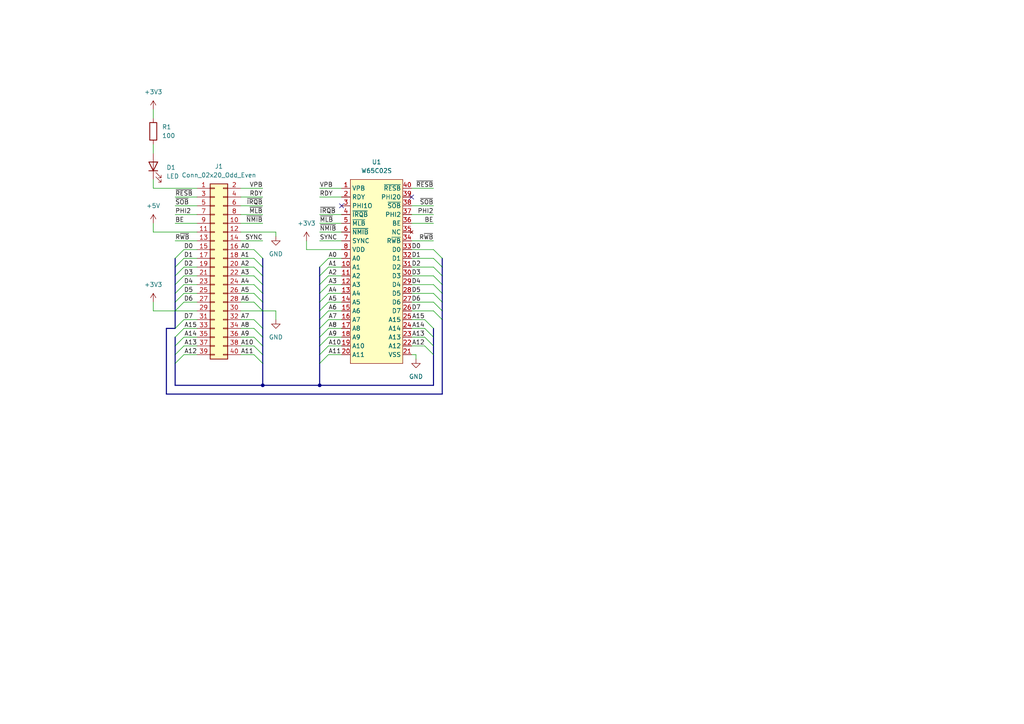
<source format=kicad_sch>
(kicad_sch (version 20211123) (generator eeschema)
  (paper "A4")
  (lib_symbols
    (symbol "65xx:W65C02S"
      (property "Reference" "U" (at 6.35 -2.54 0))
      (property "Value" "W65C02S" (at -3.81 -2.54 0))
      (symbol "W65C02S_0_1"
        (polyline (pts (xy -7.62 -3.81) (xy 7.62 -3.81) (xy 7.62 -57.15) (xy -7.62 -57.15) (xy -7.62 -3.81)) (fill (type background)))
      )
      (symbol "W65C02S_1_1"
        (pin output line (at -10.16 -6.35 0) (length 2.54) (name "VPB") (number "1"))
        (pin output line (at -10.16 -29.21 0) (length 2.54) (name "A1") (number "10"))
        (pin output line (at -10.16 -31.75 0) (length 2.54) (name "A2") (number "11"))
        (pin output line (at -10.16 -34.29 0) (length 2.54) (name "A3") (number "12"))
        (pin output line (at -10.16 -36.83 0) (length 2.54) (name "A4") (number "13"))
        (pin output line (at -10.16 -39.37 0) (length 2.54) (name "A5") (number "14"))
        (pin output line (at -10.16 -41.91 0) (length 2.54) (name "A6") (number "15"))
        (pin output line (at -10.16 -44.45 0) (length 2.54) (name "A7") (number "16"))
        (pin output line (at -10.16 -46.99 0) (length 2.54) (name "A8") (number "17"))
        (pin output line (at -10.16 -49.53 0) (length 2.54) (name "A9") (number "18"))
        (pin output line (at -10.16 -52.07 0) (length 2.54) (name "A10") (number "19"))
        (pin bidirectional line (at -10.16 -8.89 0) (length 2.54) (name "RDY") (number "2"))
        (pin output line (at -10.16 -54.61 0) (length 2.54) (name "A11") (number "20"))
        (pin power_in line (at 10.16 -54.61 180) (length 2.54) (name "VSS") (number "21"))
        (pin output line (at 10.16 -52.07 180) (length 2.54) (name "A12") (number "22"))
        (pin output line (at 10.16 -49.53 180) (length 2.54) (name "A13") (number "23"))
        (pin output line (at 10.16 -46.99 180) (length 2.54) (name "A14") (number "24"))
        (pin output line (at 10.16 -44.45 180) (length 2.54) (name "A15") (number "25"))
        (pin bidirectional line (at 10.16 -41.91 180) (length 2.54) (name "D7") (number "26"))
        (pin bidirectional line (at 10.16 -39.37 180) (length 2.54) (name "D6") (number "27"))
        (pin bidirectional line (at 10.16 -36.83 180) (length 2.54) (name "D5") (number "28"))
        (pin bidirectional line (at 10.16 -34.29 180) (length 2.54) (name "D4") (number "29"))
        (pin output line (at -10.16 -11.43 0) (length 2.54) (name "PHI1O") (number "3"))
        (pin bidirectional line (at 10.16 -31.75 180) (length 2.54) (name "D3") (number "30"))
        (pin bidirectional line (at 10.16 -29.21 180) (length 2.54) (name "D2") (number "31"))
        (pin bidirectional line (at 10.16 -26.67 180) (length 2.54) (name "D1") (number "32"))
        (pin bidirectional line (at 10.16 -24.13 180) (length 2.54) (name "D0") (number "33"))
        (pin output line (at 10.16 -21.59 180) (length 2.54) (name "R~{WB}") (number "34"))
        (pin no_connect line (at 10.16 -19.05 180) (length 2.54) (name "NC") (number "35"))
        (pin input line (at 10.16 -16.51 180) (length 2.54) (name "BE") (number "36"))
        (pin input line (at 10.16 -13.97 180) (length 2.54) (name "PHI2") (number "37"))
        (pin input line (at 10.16 -11.43 180) (length 2.54) (name "~{SOB}") (number "38"))
        (pin output line (at 10.16 -8.89 180) (length 2.54) (name "PHI20") (number "39"))
        (pin input line (at -10.16 -13.97 0) (length 2.54) (name "~{IRQB}") (number "4"))
        (pin input line (at 10.16 -6.35 180) (length 2.54) (name "~{RESB}") (number "40"))
        (pin output line (at -10.16 -16.51 0) (length 2.54) (name "~{MLB}") (number "5"))
        (pin input line (at -10.16 -19.05 0) (length 2.54) (name "~{NMIB}") (number "6"))
        (pin output line (at -10.16 -21.59 0) (length 2.54) (name "SYNC") (number "7"))
        (pin power_in line (at -10.16 -24.13 0) (length 2.54) (name "VDD") (number "8"))
        (pin output line (at -10.16 -26.67 0) (length 2.54) (name "A0") (number "9"))
      )
    )
    (symbol "Connector_Generic:Conn_02x20_Odd_Even" (pin_names (offset 1.016) hide)
      (property "Reference" "J" (at 1.27 25.4 0))
      (property "Value" "Conn_02x20_Odd_Even" (at 1.27 -27.94 0))
      (symbol "Conn_02x20_Odd_Even_1_1"
        (rectangle (start -1.27 -25.273) (end 0 -25.527) (stroke (width 0.1524)))
        (rectangle (start -1.27 -22.733) (end 0 -22.987) (stroke (width 0.1524)))
        (rectangle (start -1.27 -20.193) (end 0 -20.447) (stroke (width 0.1524)))
        (rectangle (start -1.27 -17.653) (end 0 -17.907) (stroke (width 0.1524)))
        (rectangle (start -1.27 -15.113) (end 0 -15.367) (stroke (width 0.1524)))
        (rectangle (start -1.27 -12.573) (end 0 -12.827) (stroke (width 0.1524)))
        (rectangle (start -1.27 -10.033) (end 0 -10.287) (stroke (width 0.1524)))
        (rectangle (start -1.27 -7.493) (end 0 -7.747) (stroke (width 0.1524)))
        (rectangle (start -1.27 -4.953) (end 0 -5.207) (stroke (width 0.1524)))
        (rectangle (start -1.27 -2.413) (end 0 -2.667) (stroke (width 0.1524)))
        (rectangle (start -1.27 0.127) (end 0 -0.127) (stroke (width 0.1524)))
        (rectangle (start -1.27 2.667) (end 0 2.413) (stroke (width 0.1524)))
        (rectangle (start -1.27 5.207) (end 0 4.953) (stroke (width 0.1524)))
        (rectangle (start -1.27 7.747) (end 0 7.493) (stroke (width 0.1524)))
        (rectangle (start -1.27 10.287) (end 0 10.033) (stroke (width 0.1524)))
        (rectangle (start -1.27 12.827) (end 0 12.573) (stroke (width 0.1524)))
        (rectangle (start -1.27 15.367) (end 0 15.113) (stroke (width 0.1524)))
        (rectangle (start -1.27 17.907) (end 0 17.653) (stroke (width 0.1524)))
        (rectangle (start -1.27 20.447) (end 0 20.193) (stroke (width 0.1524)))
        (rectangle (start -1.27 22.987) (end 0 22.733) (stroke (width 0.1524)))
        (rectangle (start -1.27 24.13) (end 3.81 -26.67) (stroke (width 0.254)) (fill (type background)))
        (rectangle (start 3.81 -25.273) (end 2.54 -25.527) (stroke (width 0.1524)))
        (rectangle (start 3.81 -22.733) (end 2.54 -22.987) (stroke (width 0.1524)))
        (rectangle (start 3.81 -20.193) (end 2.54 -20.447) (stroke (width 0.1524)))
        (rectangle (start 3.81 -17.653) (end 2.54 -17.907) (stroke (width 0.1524)))
        (rectangle (start 3.81 -15.113) (end 2.54 -15.367) (stroke (width 0.1524)))
        (rectangle (start 3.81 -12.573) (end 2.54 -12.827) (stroke (width 0.1524)))
        (rectangle (start 3.81 -10.033) (end 2.54 -10.287) (stroke (width 0.1524)))
        (rectangle (start 3.81 -7.493) (end 2.54 -7.747) (stroke (width 0.1524)))
        (rectangle (start 3.81 -4.953) (end 2.54 -5.207) (stroke (width 0.1524)))
        (rectangle (start 3.81 -2.413) (end 2.54 -2.667) (stroke (width 0.1524)))
        (rectangle (start 3.81 0.127) (end 2.54 -0.127) (stroke (width 0.1524)))
        (rectangle (start 3.81 2.667) (end 2.54 2.413) (stroke (width 0.1524)))
        (rectangle (start 3.81 5.207) (end 2.54 4.953) (stroke (width 0.1524)))
        (rectangle (start 3.81 7.747) (end 2.54 7.493) (stroke (width 0.1524)))
        (rectangle (start 3.81 10.287) (end 2.54 10.033) (stroke (width 0.1524)))
        (rectangle (start 3.81 12.827) (end 2.54 12.573) (stroke (width 0.1524)))
        (rectangle (start 3.81 15.367) (end 2.54 15.113) (stroke (width 0.1524)))
        (rectangle (start 3.81 17.907) (end 2.54 17.653) (stroke (width 0.1524)))
        (rectangle (start 3.81 20.447) (end 2.54 20.193) (stroke (width 0.1524)))
        (rectangle (start 3.81 22.987) (end 2.54 22.733) (stroke (width 0.1524)))
        (pin passive line (at -5.08 22.86 0) (length 3.81) (name "Pin_1") (number "1"))
        (pin passive line (at 7.62 12.7 180) (length 3.81) (name "Pin_10") (number "10"))
        (pin passive line (at -5.08 10.16 0) (length 3.81) (name "Pin_11") (number "11"))
        (pin passive line (at 7.62 10.16 180) (length 3.81) (name "Pin_12") (number "12"))
        (pin passive line (at -5.08 7.62 0) (length 3.81) (name "Pin_13") (number "13"))
        (pin passive line (at 7.62 7.62 180) (length 3.81) (name "Pin_14") (number "14"))
        (pin passive line (at -5.08 5.08 0) (length 3.81) (name "Pin_15") (number "15"))
        (pin passive line (at 7.62 5.08 180) (length 3.81) (name "Pin_16") (number "16"))
        (pin passive line (at -5.08 2.54 0) (length 3.81) (name "Pin_17") (number "17"))
        (pin passive line (at 7.62 2.54 180) (length 3.81) (name "Pin_18") (number "18"))
        (pin passive line (at -5.08 0 0) (length 3.81) (name "Pin_19") (number "19"))
        (pin passive line (at 7.62 22.86 180) (length 3.81) (name "Pin_2") (number "2"))
        (pin passive line (at 7.62 0 180) (length 3.81) (name "Pin_20") (number "20"))
        (pin passive line (at -5.08 -2.54 0) (length 3.81) (name "Pin_21") (number "21"))
        (pin passive line (at 7.62 -2.54 180) (length 3.81) (name "Pin_22") (number "22"))
        (pin passive line (at -5.08 -5.08 0) (length 3.81) (name "Pin_23") (number "23"))
        (pin passive line (at 7.62 -5.08 180) (length 3.81) (name "Pin_24") (number "24"))
        (pin passive line (at -5.08 -7.62 0) (length 3.81) (name "Pin_25") (number "25"))
        (pin passive line (at 7.62 -7.62 180) (length 3.81) (name "Pin_26") (number "26"))
        (pin passive line (at -5.08 -10.16 0) (length 3.81) (name "Pin_27") (number "27"))
        (pin passive line (at 7.62 -10.16 180) (length 3.81) (name "Pin_28") (number "28"))
        (pin passive line (at -5.08 -12.7 0) (length 3.81) (name "Pin_29") (number "29"))
        (pin passive line (at -5.08 20.32 0) (length 3.81) (name "Pin_3") (number "3"))
        (pin passive line (at 7.62 -12.7 180) (length 3.81) (name "Pin_30") (number "30"))
        (pin passive line (at -5.08 -15.24 0) (length 3.81) (name "Pin_31") (number "31"))
        (pin passive line (at 7.62 -15.24 180) (length 3.81) (name "Pin_32") (number "32"))
        (pin passive line (at -5.08 -17.78 0) (length 3.81) (name "Pin_33") (number "33"))
        (pin passive line (at 7.62 -17.78 180) (length 3.81) (name "Pin_34") (number "34"))
        (pin passive line (at -5.08 -20.32 0) (length 3.81) (name "Pin_35") (number "35"))
        (pin passive line (at 7.62 -20.32 180) (length 3.81) (name "Pin_36") (number "36"))
        (pin passive line (at -5.08 -22.86 0) (length 3.81) (name "Pin_37") (number "37"))
        (pin passive line (at 7.62 -22.86 180) (length 3.81) (name "Pin_38") (number "38"))
        (pin passive line (at -5.08 -25.4 0) (length 3.81) (name "Pin_39") (number "39"))
        (pin passive line (at 7.62 20.32 180) (length 3.81) (name "Pin_4") (number "4"))
        (pin passive line (at 7.62 -25.4 180) (length 3.81) (name "Pin_40") (number "40"))
        (pin passive line (at -5.08 17.78 0) (length 3.81) (name "Pin_5") (number "5"))
        (pin passive line (at 7.62 17.78 180) (length 3.81) (name "Pin_6") (number "6"))
        (pin passive line (at -5.08 15.24 0) (length 3.81) (name "Pin_7") (number "7"))
        (pin passive line (at 7.62 15.24 180) (length 3.81) (name "Pin_8") (number "8"))
        (pin passive line (at -5.08 12.7 0) (length 3.81) (name "Pin_9") (number "9"))
      )
    )
    (symbol "Device:LED" (pin_numbers hide) (pin_names (offset 1.016) hide)
      (property "Reference" "D" (at 0 2.54 0))
      (property "Value" "LED" (at 0 -2.54 0))
      (symbol "LED_0_1"
        (polyline (pts (xy -1.27 -1.27) (xy -1.27 1.27)) (stroke (width 0.254)))
        (polyline (pts (xy -1.27 0) (xy 1.27 0)))
        (polyline (pts (xy 1.27 -1.27) (xy 1.27 1.27) (xy -1.27 0) (xy 1.27 -1.27)) (stroke (width 0.254)))
        (polyline (pts (xy -3.048 -0.762) (xy -4.572 -2.286) (xy -3.81 -2.286) (xy -4.572 -2.286) (xy -4.572 -1.524)))
        (polyline (pts (xy -1.778 -0.762) (xy -3.302 -2.286) (xy -2.54 -2.286) (xy -3.302 -2.286) (xy -3.302 -1.524)))
      )
      (symbol "LED_1_1"
        (pin passive line (at -3.81 0 0) (length 2.54) (name "K") (number "1"))
        (pin passive line (at 3.81 0 180) (length 2.54) (name "A") (number "2"))
      )
    )
    (symbol "Device:R" (pin_numbers hide) (pin_names (offset 0))
      (property "Reference" "R" (at 2.032 0 90))
      (property "Value" "R" (at 0 0 90))
      (symbol "R_0_1"
        (rectangle (start -1.016 -2.54) (end 1.016 2.54) (stroke (width 0.254)))
      )
      (symbol "R_1_1"
        (pin passive line (at 0 3.81 270) (length 1.27) (name "~") (number "1"))
        (pin passive line (at 0 -3.81 90) (length 1.27) (name "~") (number "2"))
      )
    )
    (symbol "power:+3V3" (power) (pin_names (offset 0))
      (property "Value" "+3V3" (at 0 3.556 0))
      (symbol "+3V3_0_1"
        (polyline (pts (xy -0.762 1.27) (xy 0 2.54)))
        (polyline (pts (xy 0 0) (xy 0 2.54)))
        (polyline (pts (xy 0 2.54) (xy 0.762 1.27)))
      )
      (symbol "+3V3_1_1"
        (pin power_in line (at 0 0 90) (length 0) hide (name "+3V3") (number "1"))
      )
    )
    (symbol "power:+5V" (power) (pin_names (offset 0))
      (property "Value" "+5V" (at 0 3.556 0))
      (symbol "+5V_0_1"
        (polyline (pts (xy -0.762 1.27) (xy 0 2.54)))
        (polyline (pts (xy 0 0) (xy 0 2.54)))
        (polyline (pts (xy 0 2.54) (xy 0.762 1.27)))
      )
      (symbol "+5V_1_1"
        (pin power_in line (at 0 0 90) (length 0) hide (name "+5V") (number "1"))
      )
    )
    (symbol "power:GND" (power) (pin_names (offset 0))
      (property "Value" "GND" (at 0 -3.81 0))
      (symbol "GND_0_1"
        (polyline (pts (xy 0 0) (xy 0 -1.27) (xy 1.27 -1.27) (xy 0 -2.54) (xy -1.27 -1.27) (xy 0 -1.27)))
      )
      (symbol "GND_1_1"
        (pin power_in line (at 0 0 270) (length 0) hide (name "GND") (number "1"))
      )
    )
  )
  (junction (at 76.2 111.76))
  (junction (at 92.71 111.76))
  (no_connect (at 99.06 59.69))
  (no_connect (at 119.38 57.15))
  (bus_entry (at 95.25 85.09) (size -2.54 2.54))
  (bus_entry (at 50.8 95.25) (size 2.54 -2.54))
  (bus_entry (at 50.8 90.17) (size 2.54 -2.54))
  (bus_entry (at 50.8 87.63) (size 2.54 -2.54))
  (bus_entry (at 50.8 85.09) (size 2.54 -2.54))
  (bus_entry (at 50.8 82.55) (size 2.54 -2.54))
  (bus_entry (at 50.8 80.01) (size 2.54 -2.54))
  (bus_entry (at 50.8 77.47) (size 2.54 -2.54))
  (bus_entry (at 50.8 74.93) (size 2.54 -2.54))
  (bus_entry (at 95.25 77.47) (size -2.54 2.54))
  (bus_entry (at 125.73 77.47) (size 2.54 2.54))
  (bus_entry (at 95.25 74.93) (size -2.54 2.54))
  (bus_entry (at 125.73 87.63) (size 2.54 2.54))
  (bus_entry (at 73.66 92.71) (size 2.54 2.54))
  (bus_entry (at 73.66 95.25) (size 2.54 2.54))
  (bus_entry (at 73.66 97.79) (size 2.54 2.54))
  (bus_entry (at 73.66 100.33) (size 2.54 2.54))
  (bus_entry (at 73.66 82.55) (size 2.54 2.54))
  (bus_entry (at 73.66 85.09) (size 2.54 2.54))
  (bus_entry (at 73.66 87.63) (size 2.54 2.54))
  (bus_entry (at 73.66 72.39) (size 2.54 2.54))
  (bus_entry (at 73.66 77.47) (size 2.54 2.54))
  (bus_entry (at 73.66 80.01) (size 2.54 2.54))
  (bus_entry (at 73.66 74.93) (size 2.54 2.54))
  (bus_entry (at 73.66 102.87) (size 2.54 2.54))
  (bus_entry (at 95.25 102.87) (size -2.54 2.54))
  (bus_entry (at 53.34 95.25) (size -2.54 2.54))
  (bus_entry (at 53.34 97.79) (size -2.54 2.54))
  (bus_entry (at 53.34 100.33) (size -2.54 2.54))
  (bus_entry (at 53.34 102.87) (size -2.54 2.54))
  (bus_entry (at 125.73 72.39) (size 2.54 2.54))
  (bus_entry (at 125.73 85.09) (size 2.54 2.54))
  (bus_entry (at 95.25 80.01) (size -2.54 2.54))
  (bus_entry (at 125.73 74.93) (size 2.54 2.54))
  (bus_entry (at 125.73 80.01) (size 2.54 2.54))
  (bus_entry (at 95.25 100.33) (size -2.54 2.54))
  (bus_entry (at 95.25 87.63) (size -2.54 2.54))
  (bus_entry (at 95.25 92.71) (size -2.54 2.54))
  (bus_entry (at 95.25 95.25) (size -2.54 2.54))
  (bus_entry (at 95.25 82.55) (size -2.54 2.54))
  (bus_entry (at 123.19 97.79) (size 2.54 2.54))
  (bus_entry (at 123.19 95.25) (size 2.54 2.54))
  (bus_entry (at 123.19 92.71) (size 2.54 2.54))
  (bus_entry (at 123.19 100.33) (size 2.54 2.54))
  (bus_entry (at 125.73 90.17) (size 2.54 2.54))
  (bus_entry (at 95.25 90.17) (size -2.54 2.54))
  (bus_entry (at 95.25 97.79) (size -2.54 2.54))
  (bus_entry (at 125.73 82.55) (size 2.54 2.54))
  (wire (pts (xy 95.25 80.01) (xy 99.06 80.01)))
  (bus (pts (xy 76.2 80.01) (xy 76.2 82.55)))
  (bus (pts (xy 50.8 82.55) (xy 50.8 85.09)))
  (bus (pts (xy 92.71 100.33) (xy 92.71 102.87)))
  (bus (pts (xy 125.73 97.79) (xy 125.73 100.33)))
  (bus (pts (xy 76.2 100.33) (xy 76.2 102.87)))
  (wire (pts (xy 57.15 59.69) (xy 50.8 59.69)))
  (wire (pts (xy 53.34 102.87) (xy 57.15 102.87)))
  (wire (pts (xy 95.25 77.47) (xy 99.06 77.47)))
  (bus (pts (xy 76.2 102.87) (xy 76.2 105.41)))
  (wire (pts (xy 88.9 69.85) (xy 88.9 72.39)))
  (bus (pts (xy 48.26 95.25) (xy 50.8 95.25)))
  (bus (pts (xy 128.27 87.63) (xy 128.27 90.17)))
  (wire (pts (xy 119.38 59.69) (xy 125.73 59.69)))
  (wire (pts (xy 119.38 87.63) (xy 125.73 87.63)))
  (wire (pts (xy 95.25 102.87) (xy 99.06 102.87)))
  (bus (pts (xy 50.8 77.47) (xy 50.8 80.01)))
  (wire (pts (xy 53.34 87.63) (xy 57.15 87.63)))
  (bus (pts (xy 76.2 95.25) (xy 76.2 97.79)))
  (bus (pts (xy 92.71 85.09) (xy 92.71 87.63)))
  (bus (pts (xy 125.73 100.33) (xy 125.73 102.87)))
  (wire (pts (xy 69.85 72.39) (xy 73.66 72.39)))
  (bus (pts (xy 50.8 97.79) (xy 50.8 100.33)))
  (wire (pts (xy 95.25 97.79) (xy 99.06 97.79)))
  (wire (pts (xy 57.15 62.23) (xy 50.8 62.23)))
  (wire (pts (xy 53.34 74.93) (xy 57.15 74.93)))
  (bus (pts (xy 76.2 74.93) (xy 76.2 77.47)))
  (wire (pts (xy 119.38 77.47) (xy 125.73 77.47)))
  (wire (pts (xy 80.01 67.31) (xy 80.01 68.58)))
  (wire (pts (xy 44.45 31.75) (xy 44.45 34.29)))
  (wire (pts (xy 69.85 87.63) (xy 73.66 87.63)))
  (wire (pts (xy 53.34 97.79) (xy 57.15 97.79)))
  (wire (pts (xy 119.38 97.79) (xy 123.19 97.79)))
  (wire (pts (xy 53.34 85.09) (xy 57.15 85.09)))
  (wire (pts (xy 119.38 62.23) (xy 125.73 62.23)))
  (wire (pts (xy 120.65 102.87) (xy 120.65 104.14)))
  (wire (pts (xy 95.25 100.33) (xy 99.06 100.33)))
  (bus (pts (xy 92.71 77.47) (xy 92.71 80.01)))
  (wire (pts (xy 44.45 90.17) (xy 50.8 90.17)))
  (bus (pts (xy 92.71 82.55) (xy 92.71 85.09)))
  (wire (pts (xy 88.9 72.39) (xy 99.06 72.39)))
  (wire (pts (xy 92.71 54.61) (xy 99.06 54.61)))
  (wire (pts (xy 76.2 59.69) (xy 69.85 59.69)))
  (wire (pts (xy 119.38 64.77) (xy 125.73 64.77)))
  (bus (pts (xy 92.71 87.63) (xy 92.71 90.17)))
  (wire (pts (xy 76.2 64.77) (xy 69.85 64.77)))
  (bus (pts (xy 50.8 85.09) (xy 50.8 87.63)))
  (bus (pts (xy 76.2 77.47) (xy 76.2 80.01)))
  (wire (pts (xy 53.34 82.55) (xy 57.15 82.55)))
  (wire (pts (xy 69.85 77.47) (xy 73.66 77.47)))
  (wire (pts (xy 92.71 69.85) (xy 99.06 69.85)))
  (wire (pts (xy 44.45 87.63) (xy 44.45 90.17)))
  (bus (pts (xy 50.8 102.87) (xy 50.8 105.41)))
  (bus (pts (xy 128.27 80.01) (xy 128.27 82.55)))
  (bus (pts (xy 92.71 102.87) (xy 92.71 105.41)))
  (wire (pts (xy 92.71 64.77) (xy 99.06 64.77)))
  (bus (pts (xy 92.71 95.25) (xy 92.71 97.79)))
  (wire (pts (xy 44.45 64.77) (xy 44.45 67.31)))
  (bus (pts (xy 92.71 105.41) (xy 92.71 111.76)))
  (bus (pts (xy 128.27 74.93) (xy 128.27 77.47)))
  (bus (pts (xy 92.71 90.17) (xy 92.71 92.71)))
  (bus (pts (xy 50.8 87.63) (xy 50.8 90.17)))
  (wire (pts (xy 95.25 95.25) (xy 99.06 95.25)))
  (wire (pts (xy 119.38 92.71) (xy 123.19 92.71)))
  (wire (pts (xy 119.38 100.33) (xy 123.19 100.33)))
  (wire (pts (xy 69.85 92.71) (xy 73.66 92.71)))
  (bus (pts (xy 76.2 85.09) (xy 76.2 87.63)))
  (wire (pts (xy 53.34 100.33) (xy 57.15 100.33)))
  (wire (pts (xy 95.25 87.63) (xy 99.06 87.63)))
  (bus (pts (xy 128.27 92.71) (xy 128.27 114.3)))
  (bus (pts (xy 50.8 74.93) (xy 50.8 77.47)))
  (wire (pts (xy 57.15 64.77) (xy 50.8 64.77)))
  (bus (pts (xy 76.2 82.55) (xy 76.2 85.09)))
  (wire (pts (xy 53.34 95.25) (xy 57.15 95.25)))
  (bus (pts (xy 128.27 77.47) (xy 128.27 80.01)))
  (bus (pts (xy 76.2 97.79) (xy 76.2 100.33)))
  (wire (pts (xy 44.45 67.31) (xy 57.15 67.31)))
  (bus (pts (xy 92.71 92.71) (xy 92.71 95.25)))
  (wire (pts (xy 69.85 90.17) (xy 76.2 90.17)))
  (wire (pts (xy 95.25 82.55) (xy 99.06 82.55)))
  (wire (pts (xy 69.85 80.01) (xy 73.66 80.01)))
  (wire (pts (xy 76.2 90.17) (xy 80.01 90.17)))
  (wire (pts (xy 69.85 100.33) (xy 73.66 100.33)))
  (bus (pts (xy 92.71 111.76) (xy 125.73 111.76)))
  (bus (pts (xy 92.71 97.79) (xy 92.71 100.33)))
  (wire (pts (xy 76.2 57.15) (xy 69.85 57.15)))
  (wire (pts (xy 119.38 102.87) (xy 120.65 102.87)))
  (wire (pts (xy 69.85 95.25) (xy 73.66 95.25)))
  (wire (pts (xy 76.2 54.61) (xy 69.85 54.61)))
  (wire (pts (xy 119.38 95.25) (xy 123.19 95.25)))
  (wire (pts (xy 69.85 67.31) (xy 80.01 67.31)))
  (wire (pts (xy 119.38 69.85) (xy 125.73 69.85)))
  (bus (pts (xy 50.8 111.76) (xy 76.2 111.76)))
  (wire (pts (xy 95.25 92.71) (xy 99.06 92.71)))
  (wire (pts (xy 119.38 82.55) (xy 125.73 82.55)))
  (wire (pts (xy 119.38 80.01) (xy 125.73 80.01)))
  (bus (pts (xy 76.2 111.76) (xy 92.71 111.76)))
  (wire (pts (xy 69.85 85.09) (xy 73.66 85.09)))
  (bus (pts (xy 50.8 90.17) (xy 50.8 95.25)))
  (bus (pts (xy 92.71 80.01) (xy 92.71 82.55)))
  (wire (pts (xy 119.38 72.39) (xy 125.73 72.39)))
  (bus (pts (xy 76.2 90.17) (xy 76.2 95.25)))
  (bus (pts (xy 125.73 102.87) (xy 125.73 111.76)))
  (wire (pts (xy 95.25 85.09) (xy 99.06 85.09)))
  (wire (pts (xy 76.2 69.85) (xy 69.85 69.85)))
  (wire (pts (xy 53.34 92.71) (xy 57.15 92.71)))
  (wire (pts (xy 92.71 62.23) (xy 99.06 62.23)))
  (wire (pts (xy 119.38 85.09) (xy 125.73 85.09)))
  (wire (pts (xy 80.01 90.17) (xy 80.01 92.71)))
  (bus (pts (xy 76.2 105.41) (xy 76.2 111.76)))
  (bus (pts (xy 125.73 95.25) (xy 125.73 97.79)))
  (wire (pts (xy 57.15 69.85) (xy 50.8 69.85)))
  (wire (pts (xy 69.85 74.93) (xy 73.66 74.93)))
  (wire (pts (xy 92.71 57.15) (xy 99.06 57.15)))
  (wire (pts (xy 53.34 77.47) (xy 57.15 77.47)))
  (bus (pts (xy 48.26 114.3) (xy 48.26 95.25)))
  (wire (pts (xy 69.85 82.55) (xy 73.66 82.55)))
  (wire (pts (xy 92.71 67.31) (xy 99.06 67.31)))
  (wire (pts (xy 53.34 72.39) (xy 57.15 72.39)))
  (wire (pts (xy 57.15 57.15) (xy 50.8 57.15)))
  (bus (pts (xy 48.26 114.3) (xy 128.27 114.3)))
  (wire (pts (xy 95.25 90.17) (xy 99.06 90.17)))
  (wire (pts (xy 119.38 54.61) (xy 125.73 54.61)))
  (wire (pts (xy 44.45 41.91) (xy 44.45 44.45)))
  (wire (pts (xy 44.45 54.61) (xy 57.15 54.61)))
  (wire (pts (xy 69.85 102.87) (xy 73.66 102.87)))
  (wire (pts (xy 119.38 90.17) (xy 125.73 90.17)))
  (bus (pts (xy 50.8 105.41) (xy 50.8 111.76)))
  (wire (pts (xy 50.8 90.17) (xy 57.15 90.17)))
  (bus (pts (xy 128.27 85.09) (xy 128.27 87.63)))
  (bus (pts (xy 50.8 100.33) (xy 50.8 102.87)))
  (wire (pts (xy 119.38 74.93) (xy 125.73 74.93)))
  (wire (pts (xy 69.85 97.79) (xy 73.66 97.79)))
  (bus (pts (xy 128.27 82.55) (xy 128.27 85.09)))
  (wire (pts (xy 76.2 62.23) (xy 69.85 62.23)))
  (bus (pts (xy 128.27 90.17) (xy 128.27 92.71)))
  (wire (pts (xy 53.34 80.01) (xy 57.15 80.01)))
  (wire (pts (xy 44.45 52.07) (xy 44.45 54.61)))
  (bus (pts (xy 50.8 80.01) (xy 50.8 82.55)))
  (bus (pts (xy 76.2 87.63) (xy 76.2 90.17)))
  (wire (pts (xy 95.25 74.93) (xy 99.06 74.93)))
  (label "~{SOB}" (at 50.8 59.69 0))
  (label "A9" (at 95.25 97.79 0))
  (label "D7" (at 119.38 90.17 0))
  (label "A3" (at 95.25 82.55 0))
  (label "D1" (at 119.38 74.93 0))
  (label "~{IRQB}" (at 92.71 62.23 0))
  (label "RDY" (at 76.2 57.15 180))
  (label "A5" (at 69.85 85.09 0))
  (label "A14" (at 57.15 97.79 180))
  (label "A8" (at 95.25 95.25 0))
  (label "A3" (at 69.85 80.01 0))
  (label "D1" (at 53.34 74.93 0))
  (label "SYNC" (at 92.71 69.85 0))
  (label "D0" (at 119.38 72.39 0))
  (label "~{SOB}" (at 125.73 59.69 180))
  (label "A1" (at 95.25 77.47 0))
  (label "A13" (at 57.15 100.33 180))
  (label "A6" (at 95.25 90.17 0))
  (label "R~{WB}" (at 125.73 69.85 180))
  (label "PHI2" (at 125.73 62.23 180))
  (label "A15" (at 123.19 92.71 180))
  (label "D6" (at 119.38 87.63 0))
  (label "A7" (at 69.85 92.71 0))
  (label "~{NMIB}" (at 92.71 67.31 0))
  (label "A11" (at 69.85 102.87 0))
  (label "A0" (at 95.25 74.93 0))
  (label "BE" (at 125.73 64.77 180))
  (label "~{RESB}" (at 50.8 57.15 0))
  (label "A1" (at 69.85 74.93 0))
  (label "D6" (at 53.34 87.63 0))
  (label "~{IRQB}" (at 76.2 59.69 180))
  (label "PHI2" (at 50.8 62.23 0))
  (label "D2" (at 53.34 77.47 0))
  (label "A12" (at 57.15 102.87 180))
  (label "A0" (at 69.85 72.39 0))
  (label "A11" (at 95.25 102.87 0))
  (label "VPB" (at 92.71 54.61 0))
  (label "A15" (at 57.15 95.25 180))
  (label "D4" (at 53.34 82.55 0))
  (label "D2" (at 119.38 77.47 0))
  (label "RDY" (at 92.71 57.15 0))
  (label "R~{WB}" (at 50.8 69.85 0))
  (label "D5" (at 119.38 85.09 0))
  (label "BE" (at 50.8 64.77 0))
  (label "~{MLB}" (at 76.2 62.23 180))
  (label "D4" (at 119.38 82.55 0))
  (label "D3" (at 119.38 80.01 0))
  (label "~{RESB}" (at 125.73 54.61 180))
  (label "D7" (at 53.34 92.71 0))
  (label "A4" (at 69.85 82.55 0))
  (label "A10" (at 69.85 100.33 0))
  (label "VPB" (at 76.2 54.61 180))
  (label "A6" (at 69.85 87.63 0))
  (label "A8" (at 69.85 95.25 0))
  (label "D3" (at 53.34 80.01 0))
  (label "A2" (at 69.85 77.47 0))
  (label "D5" (at 53.34 85.09 0))
  (label "A10" (at 95.25 100.33 0))
  (label "A7" (at 95.25 92.71 0))
  (label "SYNC" (at 76.2 69.85 180))
  (label "A14" (at 123.19 95.25 180))
  (label "A5" (at 95.25 87.63 0))
  (label "~{NMIB}" (at 76.2 64.77 180))
  (label "D0" (at 53.34 72.39 0))
  (label "A9" (at 69.85 97.79 0))
  (label "A4" (at 95.25 85.09 0))
  (label "~{MLB}" (at 92.71 64.77 0))
  (label "A2" (at 95.25 80.01 0))
  (label "A13" (at 123.19 97.79 180))
  (label "A12" (at 123.19 100.33 180))
  (symbol (lib_id "power:+3V3") (at 88.9 69.85 0) (unit 1)
    (property "Reference" "#PWR06" (effects hide))
    (property "Value" "+3V3" (at 88.9 64.77 0))
  )
  (symbol (lib_id "power:+5V") (at 44.45 64.77 0) (unit 1)
    (property "Reference" "#PWR02" (effects hide))
    (property "Value" "+5V" (at 44.45 59.69 0))
  )
  (symbol (lib_id "power:GND") (at 80.01 92.71 0) (unit 1)
    (property "Reference" "#PWR05" (effects hide))
    (property "Value" "GND" (at 80.01 97.79 0))
  )
  (symbol (lib_id "65xx:W65C02S") (at 109.22 48.26 0) (unit 1)
    (property "Reference" "U1" (at 109.22 46.99 0))
    (property "Value" "W65C02S" (at 109.22 49.53 0))
    (property "Footprint" "Package_DIP:DIP-40_W15.24mm_LongPads" (effects hide))
  )
  (symbol (lib_id "power:+3V3") (at 44.45 87.63 0) (unit 1)
    (property "Reference" "#PWR03" (effects hide))
    (property "Value" "+3V3" (at 44.45 82.55 0))
  )
  (symbol (lib_id "Connector_Generic:Conn_02x20_Odd_Even") (at 62.23 77.47 0) (unit 1)
    (property "Reference" "J1" (at 63.5 48.26 0))
    (property "Value" "Conn_02x20_Odd_Even" (at 63.5 50.8 0))
    (property "Footprint" "Connector_PinSocket_2.54mm:PinSocket_2x20_P2.54mm_Vertical" (effects hide))
  )
  (symbol (lib_id "power:GND") (at 80.01 68.58 0) (unit 1)
    (property "Reference" "#PWR04" (effects hide))
    (property "Value" "GND" (at 80.01 73.66 0))
  )
  (symbol (lib_id "Device:LED") (at 44.45 48.26 90) (unit 1)
    (property "Reference" "D1" (at 48.26 48.5774 90) (effects (justify right)))
    (property "Value" "LED" (at 48.26 51.1174 90) (effects (justify right)))
    (property "Footprint" "LED_SMD:LED_0805_2012Metric" (effects hide))
  )
  (symbol (lib_id "power:GND") (at 120.65 104.14 0) (unit 1)
    (property "Reference" "#PWR07" (effects hide))
    (property "Value" "GND" (at 120.65 109.22 0))
  )
  (symbol (lib_id "power:+3V3") (at 44.45 31.75 0) (unit 1)
    (property "Reference" "#PWR01" (effects hide))
    (property "Value" "+3V3" (at 44.45 26.67 0))
  )
  (symbol (lib_id "Device:R") (at 44.45 38.1 0) (unit 1)
    (property "Reference" "R1" (at 46.99 36.8299 0) (effects (justify left)))
    (property "Value" "100" (at 46.99 39.3699 0) (effects (justify left)))
    (property "Footprint" "Resistor_SMD:R_0805_2012Metric" (effects hide))
  )
)
</source>
